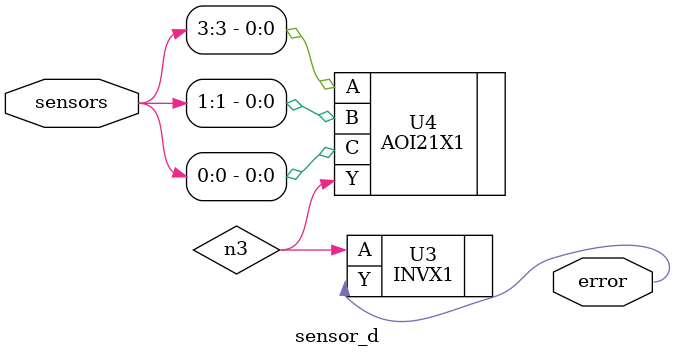
<source format=v>


module sensor_d ( sensors, error );
  input [3:0] sensors;
  output error;
  wire   n3;

  INVX1 U3 ( .A(n3), .Y(error) );
  AOI21X1 U4 ( .A(sensors[3]), .B(sensors[1]), .C(sensors[0]), .Y(n3) );
endmodule


</source>
